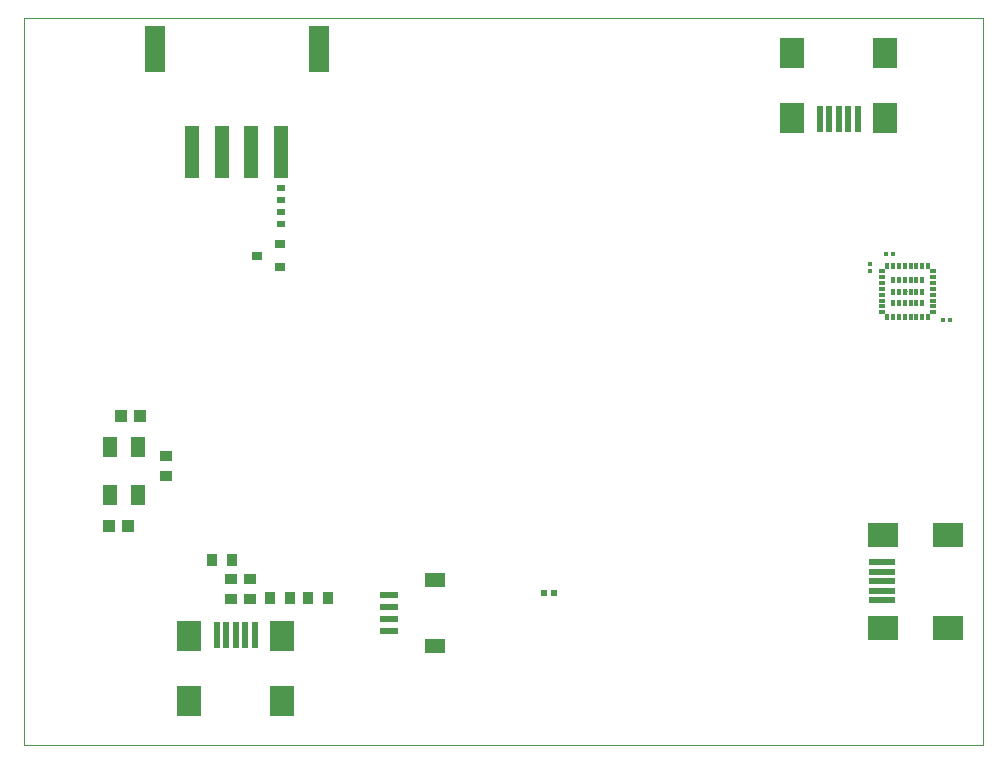
<source format=gbp>
%FSAX44Y44*%
%MOMM*%
G71*
G01*
G75*
G04 Layer_Color=128*
%ADD10C,0.2540*%
%ADD11C,0.2032*%
%ADD12C,0.6350*%
%ADD13C,0.5080*%
%ADD14C,0.3048*%
%ADD15C,0.7620*%
%ADD16C,0.3810*%
%ADD17R,0.9000X0.7000*%
%ADD18R,0.3200X0.3600*%
%ADD19R,0.4500X0.5500*%
%ADD20R,1.0000X0.9000*%
%ADD21R,0.9000X0.8000*%
%ADD22R,1.3500X0.9500*%
%ADD23R,0.4600X0.4200*%
%ADD24R,1.6500X2.4000*%
%ADD25O,0.8500X0.3000*%
%ADD26R,0.5500X0.5500*%
%ADD27R,0.8000X0.9000*%
%ADD28R,0.6500X0.9000*%
%ADD29R,0.9500X1.4000*%
%ADD30R,1.0000X1.0000*%
%ADD31R,0.7000X0.9000*%
%ADD32R,0.9000X0.8000*%
%ADD33R,0.5200X0.5200*%
%ADD34R,1.1000X1.1000*%
%ADD35R,0.6298X0.2500*%
%ADD36R,0.6298X0.2500*%
%ADD37R,0.2500X0.6298*%
%ADD38R,0.2500X0.6298*%
%ADD39R,1.4000X0.6000*%
%ADD40R,0.4500X0.4500*%
%ADD41R,1.7000X1.7000*%
%ADD42O,0.2800X0.8500*%
%ADD43O,0.8500X0.2800*%
%ADD44R,0.8500X2.3000*%
%ADD45R,0.4200X0.4600*%
%ADD46R,0.2032X1.1430*%
%ADD47R,1.4000X1.1000*%
%ADD48R,1.1000X1.4000*%
%ADD49R,0.9000X0.6500*%
%ADD50R,0.9000X1.0000*%
%ADD51R,0.8000X0.9000*%
%ADD52R,1.0000X1.0000*%
%ADD53R,1.0160X0.8000*%
%ADD54R,0.7112X0.3366*%
%ADD55R,0.3366X0.7112*%
%ADD56O,0.2650X1.8500*%
%ADD57O,1.8500X0.2650*%
%ADD58O,1.8500X0.2650*%
%ADD59R,0.3500X0.6500*%
%ADD60O,2.2000X0.6000*%
%ADD61R,1.2000X1.8000*%
%ADD62R,0.6000X1.5500*%
%ADD63R,0.6000X1.5000*%
%ADD64C,0.3000*%
%ADD65C,0.5000*%
%ADD66C,2.1590*%
%ADD67C,1.5000*%
%ADD68C,0.1540*%
%ADD69C,0.7500*%
%ADD70C,0.1524*%
%ADD71C,0.2500*%
%ADD72C,0.2000*%
%ADD73C,0.4000*%
%ADD74C,0.4500*%
%ADD75C,0.5588*%
%ADD76C,2.0000*%
%ADD77C,0.1600*%
%ADD78C,0.1700*%
%ADD79C,0.3500*%
%ADD80C,0.6000*%
%ADD81C,1.0000*%
%ADD82C,0.0254*%
%ADD83C,2.0066*%
%ADD84C,0.9000*%
%ADD85C,2.5400*%
G04:AMPARAMS|DCode=86|XSize=1.8796mm|YSize=1.8796mm|CornerRadius=0.4699mm|HoleSize=0mm|Usage=FLASHONLY|Rotation=180.000|XOffset=0mm|YOffset=0mm|HoleType=Round|Shape=RoundedRectangle|*
%AMROUNDEDRECTD86*
21,1,1.8796,0.9398,0,0,180.0*
21,1,0.9398,1.8796,0,0,180.0*
1,1,0.9398,-0.4699,0.4699*
1,1,0.9398,0.4699,0.4699*
1,1,0.9398,0.4699,-0.4699*
1,1,0.9398,-0.4699,-0.4699*
%
%ADD86ROUNDEDRECTD86*%
%ADD87C,1.8796*%
%ADD88C,0.6600*%
%ADD89C,0.5000*%
%ADD90C,0.7112*%
%ADD91C,0.6900*%
%ADD92C,1.0000*%
%ADD93C,0.7300*%
%ADD94C,1.1000*%
%ADD95C,0.8000*%
%ADD96R,0.3000X0.3000*%
%ADD97R,0.3000X0.5000*%
%ADD98R,0.3000X0.3000*%
%ADD99R,0.5000X0.3000*%
%ADD100R,3.3000X3.3000*%
%ADD101R,0.3600X0.3200*%
%ADD102R,0.6500X0.5500*%
%ADD103R,1.3000X4.5000*%
%ADD104R,1.8000X3.9000*%
%ADD105R,1.5500X0.6000*%
%ADD106R,1.8000X1.2000*%
%ADD107R,1.2000X1.8000*%
%ADD108R,2.0500X2.5000*%
%ADD109R,0.5000X2.3000*%
%ADD110R,2.3000X0.5000*%
%ADD111R,2.5000X2.0500*%
%ADD112C,0.1000*%
%ADD113C,0.1270*%
%ADD114C,0.1500*%
%ADD115R,0.7750X0.4500*%
%ADD116R,0.6500X1.0000*%
%ADD117R,0.7000X0.7000*%
%ADD118R,0.7000X0.7000*%
%ADD119R,0.7000X0.7000*%
%ADD120O,0.8000X0.2500*%
%ADD121O,0.2300X0.8000*%
%ADD122O,0.8000X0.2300*%
%ADD123R,0.6512X0.2766*%
%ADD124R,0.2766X0.6512*%
%ADD125R,1.0524X0.8524*%
%ADD126R,0.4724X0.5124*%
%ADD127R,0.6024X0.7024*%
%ADD128R,1.1524X1.0524*%
%ADD129R,1.0524X0.9524*%
%ADD130R,1.5024X1.1024*%
%ADD131R,0.6124X0.5724*%
%ADD132R,1.7900X2.5400*%
%ADD133O,0.9900X0.4400*%
%ADD134R,0.7024X0.7024*%
%ADD135R,0.9524X1.0524*%
%ADD136R,0.8024X1.0524*%
%ADD137R,1.1024X1.5524*%
%ADD138R,1.1524X1.1524*%
%ADD139R,0.8524X1.0524*%
%ADD140R,1.0524X0.9524*%
%ADD141R,0.6724X0.6724*%
%ADD142R,1.2524X1.2524*%
%ADD143R,0.6806X0.3008*%
%ADD144R,0.6806X0.3008*%
%ADD145R,0.3008X0.6806*%
%ADD146R,0.3008X0.6806*%
%ADD147R,1.5524X0.7524*%
%ADD148R,0.6024X0.6024*%
%ADD149R,1.8400X1.8400*%
%ADD150O,0.4200X0.9900*%
%ADD151O,0.9900X0.4200*%
%ADD152R,1.0024X2.4524*%
%ADD153R,0.5724X0.6124*%
%ADD154R,0.2232X1.1630*%
%ADD155R,1.5524X1.2524*%
%ADD156R,1.2524X1.5524*%
%ADD157R,1.0524X0.8024*%
%ADD158R,1.0524X1.1524*%
%ADD159R,0.9524X1.0524*%
%ADD160R,1.1524X1.1524*%
%ADD161R,0.7912X0.4165*%
%ADD162R,0.4165X0.7912*%
%ADD163O,0.4174X2.0024*%
%ADD164O,2.0024X0.4174*%
%ADD165O,2.0024X0.4174*%
%ADD166R,0.5024X0.8024*%
%ADD167O,2.3524X0.7524*%
%ADD168R,1.3020X1.9020*%
%ADD169R,0.7020X1.6520*%
%ADD170R,0.7524X1.6524*%
%ADD171C,2.1590*%
%ADD172C,0.1524*%
%ADD173C,1.0524*%
%ADD174C,2.6924*%
G04:AMPARAMS|DCode=175|XSize=2.032mm|YSize=2.032mm|CornerRadius=0.5461mm|HoleSize=0mm|Usage=FLASHONLY|Rotation=180.000|XOffset=0mm|YOffset=0mm|HoleType=Round|Shape=RoundedRectangle|*
%AMROUNDEDRECTD175*
21,1,2.0320,0.9398,0,0,180.0*
21,1,0.9398,2.0320,0,0,180.0*
1,1,1.0922,-0.4699,0.4699*
1,1,1.0922,0.4699,0.4699*
1,1,1.0922,0.4699,-0.4699*
1,1,1.0922,-0.4699,-0.4699*
%
%ADD175ROUNDEDRECTD175*%
%ADD176C,2.0320*%
%ADD177C,0.6524*%
%ADD178C,0.8636*%
%ADD179C,0.8424*%
%ADD180C,1.1524*%
%ADD181C,0.8824*%
%ADD182C,1.2524*%
%ADD183C,0.9524*%
%ADD184R,0.4524X0.4524*%
%ADD185R,0.4524X0.6524*%
%ADD186R,0.4524X0.4524*%
%ADD187R,0.6524X0.4524*%
%ADD188R,3.4524X3.4524*%
%ADD189R,0.5124X0.4724*%
%ADD190R,0.8024X0.7024*%
%ADD191R,1.4524X4.6524*%
%ADD192R,1.9524X4.0524*%
%ADD193R,1.6520X0.7020*%
%ADD194R,1.7024X0.7524*%
%ADD195R,1.9020X1.3020*%
%ADD196R,1.3524X1.9524*%
%ADD197R,2.2024X2.6524*%
%ADD198R,0.6700X2.4700*%
%ADD199R,2.4700X0.6700*%
%ADD200R,2.6524X2.2024*%
%ADD201C,0.8124*%
%ADD202R,0.3000X0.6000*%
%ADD203R,0.6000X0.3000*%
%ADD204R,0.6000X0.3000*%
%ADD205R,0.3000X0.6000*%
%ADD206R,0.0000X0.0000*%
D18*
X01332484Y00878325D02*
D03*
Y00883926D02*
D03*
D20*
X00736600Y00721732D02*
D03*
Y00704732D02*
D03*
X00807719Y00600592D02*
D03*
Y00617592D02*
D03*
X00791209Y00600592D02*
D03*
Y00617592D02*
D03*
D21*
X00833214Y00900786D02*
D03*
Y00881785D02*
D03*
X00813214Y00891285D02*
D03*
D30*
X00687960Y00662431D02*
D03*
X00703960D02*
D03*
X00714119Y00755142D02*
D03*
X00698120D02*
D03*
D33*
X01064704Y00605536D02*
D03*
X01056703D02*
D03*
D50*
X00824620Y00601471D02*
D03*
X00841620D02*
D03*
X00792090Y00633222D02*
D03*
X00775090D02*
D03*
X00873370Y00601471D02*
D03*
X00856370D02*
D03*
D82*
X00616203Y00477266D02*
Y01092505D01*
X01427634Y01092505D01*
X01427634Y00477266D01*
X00616203Y00477266D02*
X01427634Y00477266D01*
D101*
X01394453Y00836675D02*
D03*
X01400054D02*
D03*
X01351794Y00892555D02*
D03*
X01346193D02*
D03*
D102*
X00833373Y00918036D02*
D03*
Y00928036D02*
D03*
Y00938406D02*
D03*
Y00948406D02*
D03*
D103*
X00833693Y00979045D02*
D03*
X00808693D02*
D03*
X00783694D02*
D03*
X00758693D02*
D03*
D104*
X00865694Y01066545D02*
D03*
X00726693D02*
D03*
D105*
X00925550Y00583772D02*
D03*
Y00603772D02*
D03*
Y00593772D02*
D03*
Y00573771D02*
D03*
D106*
X00964049Y00616771D02*
D03*
Y00560771D02*
D03*
D107*
X00712599Y00728981D02*
D03*
Y00688981D02*
D03*
X00688599D02*
D03*
Y00728981D02*
D03*
D108*
X00756210Y00514282D02*
D03*
X00834709D02*
D03*
Y00569282D02*
D03*
X00756210D02*
D03*
X01345064Y01007735D02*
D03*
Y01062735D02*
D03*
X01266564Y01007735D02*
D03*
Y01062735D02*
D03*
D109*
X00787460Y00570282D02*
D03*
X00803460D02*
D03*
X00795460D02*
D03*
X00779460D02*
D03*
X00811460D02*
D03*
X01321814Y01006735D02*
D03*
X01305813D02*
D03*
X01313813D02*
D03*
X01289814D02*
D03*
X01297814D02*
D03*
D110*
X01342523Y00599696D02*
D03*
Y00615695D02*
D03*
Y00607696D02*
D03*
Y00631696D02*
D03*
Y00623695D02*
D03*
D111*
X01343523Y00576445D02*
D03*
X01398523D02*
D03*
X01343523Y00654945D02*
D03*
X01398523D02*
D03*
D202*
X01376733Y00860805D02*
D03*
Y00850805D02*
D03*
Y00870805D02*
D03*
X01371733Y00860805D02*
D03*
Y00870805D02*
D03*
Y00850805D02*
D03*
X01356733Y00860805D02*
D03*
Y00850805D02*
D03*
Y00870805D02*
D03*
X01351733Y00860805D02*
D03*
Y00870805D02*
D03*
Y00850805D02*
D03*
X01361734Y00850806D02*
D03*
Y00870806D02*
D03*
Y00860806D02*
D03*
X01366734Y00870806D02*
D03*
Y00850806D02*
D03*
Y00860806D02*
D03*
X01376734Y00839306D02*
D03*
X01371733D02*
D03*
X01366734D02*
D03*
X01361733D02*
D03*
X01356734D02*
D03*
X01351733D02*
D03*
X01346734D02*
D03*
X01381733D02*
D03*
D203*
X01385734Y00848305D02*
D03*
Y00858305D02*
D03*
Y00868305D02*
D03*
Y00878305D02*
D03*
X01342734Y00848305D02*
D03*
Y00858305D02*
D03*
Y00868305D02*
D03*
Y00878305D02*
D03*
D204*
X01385733Y00853306D02*
D03*
Y00863306D02*
D03*
Y00873306D02*
D03*
Y00843306D02*
D03*
X01342734Y00853306D02*
D03*
Y00863306D02*
D03*
Y00873306D02*
D03*
Y00843306D02*
D03*
D205*
X01381734Y00882305D02*
D03*
X01346734D02*
D03*
X01351734D02*
D03*
X01356734D02*
D03*
X01361734D02*
D03*
X01366734D02*
D03*
X01371734D02*
D03*
X01376734D02*
D03*
D206*
X01364234Y00860806D02*
D03*
M02*

</source>
